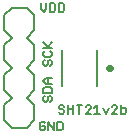
<source format=gbr>
G75*
G70*
%OFA0B0*%
%FSLAX24Y24*%
%IPPOS*%
%LPD*%
%AMOC8*
5,1,8,0,0,1.08239X$1,22.5*
%
%ADD10C,0.0050*%
%ADD11C,0.0220*%
%ADD12C,0.0080*%
D10*
X001776Y000571D02*
X001821Y000526D01*
X001911Y000526D01*
X001956Y000571D01*
X001956Y000661D01*
X001866Y000661D01*
X001956Y000751D02*
X001911Y000796D01*
X001821Y000796D01*
X001776Y000751D01*
X001776Y000571D01*
X002070Y000526D02*
X002070Y000796D01*
X002251Y000526D01*
X002251Y000796D01*
X002365Y000796D02*
X002500Y000796D01*
X002545Y000751D01*
X002545Y000571D01*
X002500Y000526D01*
X002365Y000526D01*
X002365Y000796D01*
X002471Y001076D02*
X002426Y001121D01*
X002471Y001076D02*
X002561Y001076D01*
X002606Y001121D01*
X002606Y001166D01*
X002561Y001211D01*
X002471Y001211D01*
X002426Y001256D01*
X002426Y001301D01*
X002471Y001346D01*
X002561Y001346D01*
X002606Y001301D01*
X002720Y001346D02*
X002720Y001076D01*
X002720Y001211D02*
X002901Y001211D01*
X002901Y001346D02*
X002901Y001076D01*
X003105Y001076D02*
X003105Y001346D01*
X003015Y001346D02*
X003195Y001346D01*
X003310Y001301D02*
X003355Y001346D01*
X003445Y001346D01*
X003490Y001301D01*
X003490Y001256D01*
X003310Y001076D01*
X003490Y001076D01*
X003604Y001076D02*
X003784Y001076D01*
X003694Y001076D02*
X003694Y001346D01*
X003604Y001256D01*
X003899Y001256D02*
X003989Y001076D01*
X004079Y001256D01*
X004194Y001301D02*
X004239Y001346D01*
X004329Y001346D01*
X004374Y001301D01*
X004374Y001256D01*
X004194Y001076D01*
X004374Y001076D01*
X004488Y001076D02*
X004623Y001076D01*
X004668Y001121D01*
X004668Y001211D01*
X004623Y001256D01*
X004488Y001256D01*
X004488Y001346D02*
X004488Y001076D01*
X002176Y001521D02*
X002131Y001476D01*
X002176Y001521D02*
X002176Y001611D01*
X002131Y001656D01*
X002086Y001656D01*
X002041Y001611D01*
X002041Y001521D01*
X001996Y001476D01*
X001951Y001476D01*
X001906Y001521D01*
X001906Y001611D01*
X001951Y001656D01*
X001906Y001770D02*
X001906Y001906D01*
X001951Y001951D01*
X002131Y001951D01*
X002176Y001906D01*
X002176Y001770D01*
X001906Y001770D01*
X001996Y002065D02*
X001906Y002155D01*
X001996Y002245D01*
X002176Y002245D01*
X002041Y002245D02*
X002041Y002065D01*
X001996Y002065D02*
X002176Y002065D01*
X002131Y002676D02*
X002176Y002721D01*
X002176Y002811D01*
X002131Y002856D01*
X002086Y002856D01*
X002041Y002811D01*
X002041Y002721D01*
X001996Y002676D01*
X001951Y002676D01*
X001906Y002721D01*
X001906Y002811D01*
X001951Y002856D01*
X001951Y002970D02*
X002131Y002970D01*
X002176Y003015D01*
X002176Y003106D01*
X002131Y003151D01*
X002176Y003265D02*
X001906Y003265D01*
X001951Y003151D02*
X001906Y003106D01*
X001906Y003015D01*
X001951Y002970D01*
X002086Y003265D02*
X001906Y003445D01*
X002041Y003310D02*
X002176Y003445D01*
X002120Y004476D02*
X002256Y004476D01*
X002301Y004521D01*
X002301Y004701D01*
X002256Y004746D01*
X002120Y004746D01*
X002120Y004476D01*
X002006Y004566D02*
X002006Y004746D01*
X002006Y004566D02*
X001916Y004476D01*
X001826Y004566D01*
X001826Y004746D01*
X002415Y004746D02*
X002415Y004476D01*
X002550Y004476D01*
X002595Y004521D01*
X002595Y004701D01*
X002550Y004746D01*
X002415Y004746D01*
D11*
X004089Y002601D02*
X004113Y002601D01*
D12*
X000601Y001351D02*
X000601Y000851D01*
X000851Y000601D01*
X001351Y000601D01*
X001601Y000851D01*
X001601Y001351D01*
X001351Y001601D01*
X001601Y001851D01*
X001601Y002351D01*
X001351Y002601D01*
X001601Y002851D01*
X001601Y003351D01*
X001351Y003601D01*
X001601Y003851D01*
X001601Y004351D01*
X001351Y004601D01*
X000851Y004601D01*
X000601Y004351D01*
X000601Y003851D01*
X000851Y003601D01*
X000601Y003351D01*
X000601Y002851D01*
X000851Y002601D01*
X000601Y002351D01*
X000601Y001851D01*
X000851Y001601D01*
X000601Y001351D01*
X002510Y002010D02*
X002510Y003191D01*
X003691Y003191D02*
X003691Y002010D01*
M02*

</source>
